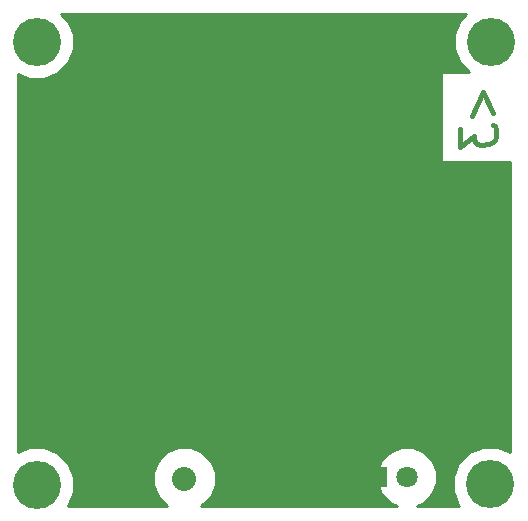
<source format=gbl>
G04 (created by PCBNEW-RS274X (2011-nov-30)-testing) date Wed 15 Aug 2012 04:22:11 PM EDT*
%MOIN*%
G04 Gerber Fmt 3.4, Leading zero omitted, Abs format*
%FSLAX34Y34*%
G01*
G70*
G90*
G04 APERTURE LIST*
%ADD10C,0.006*%
%ADD11C,0.017*%
%ADD12R,0.0709X0.0709*%
%ADD13C,0.0709*%
%ADD14C,0.08*%
%ADD15C,0.16*%
%ADD16C,0.035*%
%ADD17C,0.04*%
%ADD18C,0.01*%
G04 APERTURE END LIST*
G54D10*
G54D11*
X15686Y13543D02*
X16029Y14348D01*
X16371Y13628D01*
X15286Y13112D02*
X15286Y12493D01*
X15743Y12883D01*
X15743Y12741D01*
X15800Y12652D01*
X15857Y12612D01*
X15971Y12578D01*
X16257Y12614D01*
X16371Y12676D01*
X16429Y12731D01*
X16486Y12834D01*
X16486Y13119D01*
X16429Y13208D01*
X16371Y13247D01*
G54D12*
X12500Y1500D03*
G54D13*
X13500Y1500D03*
G54D14*
X6083Y1453D03*
G54D15*
X1162Y16020D03*
X16319Y16020D03*
X16280Y1274D03*
X1162Y1256D03*
G54D16*
X10000Y6000D03*
G54D17*
X11500Y1500D02*
X10000Y3000D01*
X10000Y3000D02*
X10000Y6000D01*
X11500Y1500D02*
X12500Y1500D01*
G54D10*
G36*
X16950Y2343D02*
X16529Y2517D01*
X16034Y2518D01*
X15577Y2329D01*
X15226Y1980D01*
X15037Y1523D01*
X15036Y1028D01*
X15225Y571D01*
X15245Y550D01*
X13829Y550D01*
X14068Y649D01*
X14351Y931D01*
X14504Y1300D01*
X14504Y1699D01*
X14351Y2068D01*
X14069Y2351D01*
X13700Y2504D01*
X13301Y2504D01*
X12932Y2351D01*
X12649Y2069D01*
X12496Y1700D01*
X12496Y1301D01*
X12649Y932D01*
X12931Y649D01*
X13169Y550D01*
X6645Y550D01*
X6677Y563D01*
X6973Y858D01*
X7133Y1243D01*
X7133Y1661D01*
X6973Y2047D01*
X6678Y2343D01*
X6293Y2503D01*
X5875Y2503D01*
X5489Y2343D01*
X5193Y2048D01*
X5033Y1663D01*
X5033Y1245D01*
X5193Y859D01*
X5488Y563D01*
X5519Y550D01*
X2216Y550D01*
X2405Y1007D01*
X2406Y1502D01*
X2217Y1959D01*
X1868Y2310D01*
X1411Y2499D01*
X916Y2500D01*
X550Y2349D01*
X550Y14928D01*
X913Y14777D01*
X1408Y14776D01*
X1865Y14965D01*
X2216Y15314D01*
X2405Y15771D01*
X2406Y16266D01*
X2217Y16723D01*
X1991Y16950D01*
X15490Y16950D01*
X15265Y16726D01*
X15076Y16269D01*
X15075Y15774D01*
X15264Y15317D01*
X15586Y14993D01*
X14655Y14993D01*
X14655Y12008D01*
X16950Y12008D01*
X16950Y2343D01*
X16950Y2343D01*
G37*
G54D18*
X16950Y2343D02*
X16529Y2517D01*
X16034Y2518D01*
X15577Y2329D01*
X15226Y1980D01*
X15037Y1523D01*
X15036Y1028D01*
X15225Y571D01*
X15245Y550D01*
X13829Y550D01*
X14068Y649D01*
X14351Y931D01*
X14504Y1300D01*
X14504Y1699D01*
X14351Y2068D01*
X14069Y2351D01*
X13700Y2504D01*
X13301Y2504D01*
X12932Y2351D01*
X12649Y2069D01*
X12496Y1700D01*
X12496Y1301D01*
X12649Y932D01*
X12931Y649D01*
X13169Y550D01*
X6645Y550D01*
X6677Y563D01*
X6973Y858D01*
X7133Y1243D01*
X7133Y1661D01*
X6973Y2047D01*
X6678Y2343D01*
X6293Y2503D01*
X5875Y2503D01*
X5489Y2343D01*
X5193Y2048D01*
X5033Y1663D01*
X5033Y1245D01*
X5193Y859D01*
X5488Y563D01*
X5519Y550D01*
X2216Y550D01*
X2405Y1007D01*
X2406Y1502D01*
X2217Y1959D01*
X1868Y2310D01*
X1411Y2499D01*
X916Y2500D01*
X550Y2349D01*
X550Y14928D01*
X913Y14777D01*
X1408Y14776D01*
X1865Y14965D01*
X2216Y15314D01*
X2405Y15771D01*
X2406Y16266D01*
X2217Y16723D01*
X1991Y16950D01*
X15490Y16950D01*
X15265Y16726D01*
X15076Y16269D01*
X15075Y15774D01*
X15264Y15317D01*
X15586Y14993D01*
X14655Y14993D01*
X14655Y12008D01*
X16950Y12008D01*
X16950Y2343D01*
M02*

</source>
